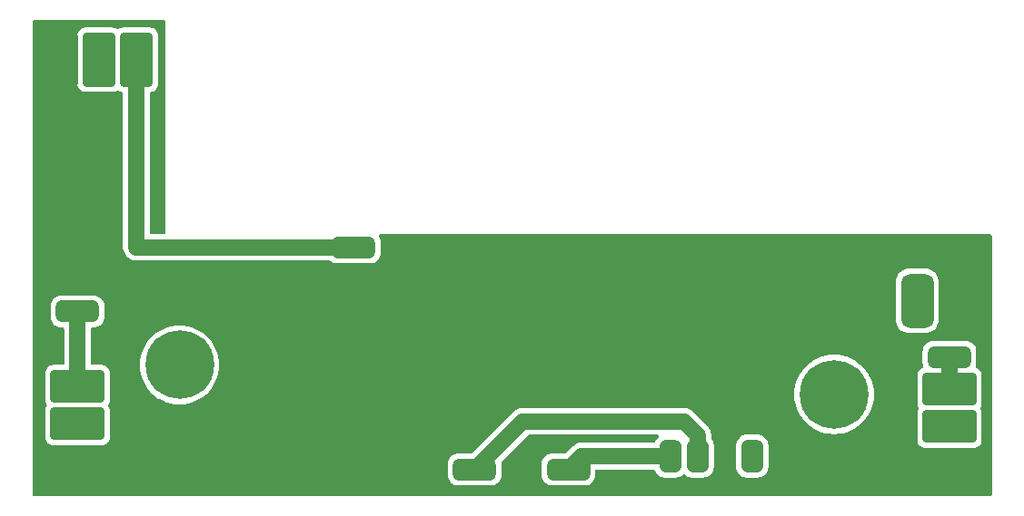
<source format=gtl>
G04 #@! TF.GenerationSoftware,KiCad,Pcbnew,8.0.6*
G04 #@! TF.CreationDate,2025-01-23T20:00:50-06:00*
G04 #@! TF.ProjectId,PD_Board,50445f42-6f61-4726-942e-6b696361645f,rev?*
G04 #@! TF.SameCoordinates,Original*
G04 #@! TF.FileFunction,Copper,L1,Top*
G04 #@! TF.FilePolarity,Positive*
%FSLAX46Y46*%
G04 Gerber Fmt 4.6, Leading zero omitted, Abs format (unit mm)*
G04 Created by KiCad (PCBNEW 8.0.6) date 2025-01-23 20:00:50*
%MOMM*%
%LPD*%
G01*
G04 APERTURE LIST*
G04 Aperture macros list*
%AMRoundRect*
0 Rectangle with rounded corners*
0 $1 Rounding radius*
0 $2 $3 $4 $5 $6 $7 $8 $9 X,Y pos of 4 corners*
0 Add a 4 corners polygon primitive as box body*
4,1,4,$2,$3,$4,$5,$6,$7,$8,$9,$2,$3,0*
0 Add four circle primitives for the rounded corners*
1,1,$1+$1,$2,$3*
1,1,$1+$1,$4,$5*
1,1,$1+$1,$6,$7*
1,1,$1+$1,$8,$9*
0 Add four rect primitives between the rounded corners*
20,1,$1+$1,$2,$3,$4,$5,0*
20,1,$1+$1,$4,$5,$6,$7,0*
20,1,$1+$1,$6,$7,$8,$9,0*
20,1,$1+$1,$8,$9,$2,$3,0*%
G04 Aperture macros list end*
G04 #@! TA.AperFunction,ComponentPad*
%ADD10RoundRect,0.250000X-2.250000X-1.250000X2.250000X-1.250000X2.250000X1.250000X-2.250000X1.250000X0*%
G04 #@! TD*
G04 #@! TA.AperFunction,SMDPad,CuDef*
%ADD11RoundRect,0.500000X-1.500000X-0.500000X1.500000X-0.500000X1.500000X0.500000X-1.500000X0.500000X0*%
G04 #@! TD*
G04 #@! TA.AperFunction,ComponentPad*
%ADD12C,6.400000*%
G04 #@! TD*
G04 #@! TA.AperFunction,SMDPad,CuDef*
%ADD13RoundRect,0.500000X1.500000X0.500000X-1.500000X0.500000X-1.500000X-0.500000X1.500000X-0.500000X0*%
G04 #@! TD*
G04 #@! TA.AperFunction,ComponentPad*
%ADD14RoundRect,0.250000X-1.250000X2.250000X-1.250000X-2.250000X1.250000X-2.250000X1.250000X2.250000X0*%
G04 #@! TD*
G04 #@! TA.AperFunction,ComponentPad*
%ADD15RoundRect,0.750000X0.750000X-1.750000X0.750000X1.750000X-0.750000X1.750000X-0.750000X-1.750000X0*%
G04 #@! TD*
G04 #@! TA.AperFunction,SMDPad,CuDef*
%ADD16RoundRect,0.500000X0.500000X-1.000000X0.500000X1.000000X-0.500000X1.000000X-0.500000X-1.000000X0*%
G04 #@! TD*
G04 #@! TA.AperFunction,ViaPad*
%ADD17C,0.600000*%
G04 #@! TD*
G04 #@! TA.AperFunction,Conductor*
%ADD18C,1.500000*%
G04 #@! TD*
G04 APERTURE END LIST*
D10*
X185750000Y-114750000D03*
X185750000Y-118250000D03*
X185750000Y-121750000D03*
D11*
X130250000Y-101500000D03*
D10*
X104500000Y-114500000D03*
X104500000Y-118000000D03*
X104500000Y-121500000D03*
D12*
X114000000Y-112500000D03*
X175000000Y-115250000D03*
D13*
X141500000Y-122250000D03*
X185750000Y-111750000D03*
D14*
X103000000Y-84000000D03*
X106500000Y-84000000D03*
X110000000Y-84000000D03*
D15*
X177750000Y-106500000D03*
X182750000Y-106500000D03*
D13*
X150250000Y-122250000D03*
X104500000Y-107500000D03*
D16*
X159750000Y-121000000D03*
X162290000Y-121000000D03*
X167370000Y-121000000D03*
X164830000Y-121000000D03*
D17*
X167370000Y-121000000D03*
D18*
X110000000Y-84000000D02*
X110000000Y-101500000D01*
X110000000Y-101500000D02*
X130250000Y-101500000D01*
X162290000Y-121000000D02*
X162290000Y-119040000D01*
X146000000Y-117750000D02*
X141500000Y-122250000D01*
X161000000Y-117750000D02*
X146000000Y-117750000D01*
X162290000Y-119040000D02*
X161000000Y-117750000D01*
X159750000Y-121000000D02*
X151500000Y-121000000D01*
X151500000Y-121000000D02*
X150250000Y-122250000D01*
X104500000Y-107500000D02*
X104500000Y-114500000D01*
X185750000Y-111750000D02*
X185750000Y-114750000D01*
G04 #@! TA.AperFunction,Conductor*
G36*
X108749500Y-101598422D02*
G01*
X108780290Y-101792826D01*
X108841117Y-101980029D01*
X108930476Y-102155405D01*
X109046172Y-102314646D01*
X109185354Y-102453828D01*
X109344595Y-102569524D01*
X109427455Y-102611743D01*
X109519970Y-102658882D01*
X109519972Y-102658882D01*
X109519975Y-102658884D01*
X109620317Y-102691487D01*
X109707173Y-102719709D01*
X109901578Y-102750500D01*
X109901583Y-102750500D01*
X128043053Y-102750500D01*
X128110092Y-102770185D01*
X128121413Y-102778398D01*
X128196587Y-102839694D01*
X128196590Y-102839695D01*
X128196593Y-102839698D01*
X128376951Y-102933909D01*
X128572582Y-102989886D01*
X128691963Y-103000500D01*
X131808036Y-103000499D01*
X131927418Y-102989886D01*
X132123049Y-102933909D01*
X132303407Y-102839698D01*
X132461109Y-102711109D01*
X132589698Y-102553407D01*
X132683909Y-102373049D01*
X132739886Y-102177418D01*
X132750500Y-102058037D01*
X132750499Y-100941964D01*
X132739886Y-100822582D01*
X132683909Y-100626951D01*
X132608140Y-100481899D01*
X132594550Y-100413367D01*
X132620169Y-100348363D01*
X132676864Y-100307530D01*
X132718050Y-100300490D01*
X189575510Y-100300490D01*
X189642549Y-100320175D01*
X189688304Y-100372979D01*
X189699510Y-100424490D01*
X189699510Y-124575510D01*
X189679825Y-124642549D01*
X189627021Y-124688304D01*
X189575510Y-124699510D01*
X100424490Y-124699510D01*
X100357451Y-124679825D01*
X100311696Y-124627021D01*
X100300490Y-124575510D01*
X100300490Y-121691966D01*
X138999500Y-121691966D01*
X138999500Y-122808028D01*
X138999501Y-122808034D01*
X139010113Y-122927415D01*
X139066089Y-123123045D01*
X139066090Y-123123048D01*
X139066091Y-123123049D01*
X139160302Y-123303407D01*
X139160304Y-123303409D01*
X139288890Y-123461109D01*
X139382803Y-123537684D01*
X139446593Y-123589698D01*
X139626951Y-123683909D01*
X139822582Y-123739886D01*
X139941963Y-123750500D01*
X143058036Y-123750499D01*
X143177418Y-123739886D01*
X143373049Y-123683909D01*
X143553407Y-123589698D01*
X143711109Y-123461109D01*
X143839698Y-123303407D01*
X143933909Y-123123049D01*
X143989886Y-122927418D01*
X144000500Y-122808037D01*
X144000499Y-121691964D01*
X143991423Y-121589875D01*
X144005094Y-121521359D01*
X144027252Y-121491220D01*
X146481655Y-119036819D01*
X146542978Y-119003334D01*
X146569336Y-119000500D01*
X158544280Y-119000500D01*
X158611319Y-119020185D01*
X158657074Y-119072989D01*
X158667018Y-119142147D01*
X158637993Y-119205703D01*
X158622641Y-119220602D01*
X158538890Y-119288890D01*
X158410304Y-119446590D01*
X158316088Y-119626956D01*
X158306744Y-119659613D01*
X158269376Y-119718651D01*
X158206022Y-119748113D01*
X158187529Y-119749500D01*
X151401578Y-119749500D01*
X151207173Y-119780290D01*
X151019969Y-119841117D01*
X150844594Y-119930476D01*
X150762670Y-119989998D01*
X150685354Y-120046172D01*
X150685352Y-120046174D01*
X150685351Y-120046174D01*
X150018344Y-120713181D01*
X149957021Y-120746666D01*
X149930663Y-120749500D01*
X148691971Y-120749500D01*
X148691965Y-120749500D01*
X148691964Y-120749501D01*
X148680316Y-120750536D01*
X148572584Y-120760113D01*
X148376954Y-120816089D01*
X148286772Y-120863196D01*
X148196593Y-120910302D01*
X148196591Y-120910303D01*
X148196590Y-120910304D01*
X148038890Y-121038890D01*
X147910304Y-121196590D01*
X147816089Y-121376954D01*
X147760114Y-121572583D01*
X147760113Y-121572586D01*
X147749500Y-121691966D01*
X147749500Y-122808028D01*
X147749501Y-122808034D01*
X147760113Y-122927415D01*
X147816089Y-123123045D01*
X147816090Y-123123048D01*
X147816091Y-123123049D01*
X147910302Y-123303407D01*
X147910304Y-123303409D01*
X148038890Y-123461109D01*
X148132803Y-123537684D01*
X148196593Y-123589698D01*
X148376951Y-123683909D01*
X148572582Y-123739886D01*
X148691963Y-123750500D01*
X151808036Y-123750499D01*
X151927418Y-123739886D01*
X152123049Y-123683909D01*
X152303407Y-123589698D01*
X152461109Y-123461109D01*
X152589698Y-123303407D01*
X152683909Y-123123049D01*
X152739886Y-122927418D01*
X152750500Y-122808037D01*
X152750500Y-122374500D01*
X152770185Y-122307461D01*
X152822989Y-122261706D01*
X152874500Y-122250500D01*
X158187529Y-122250500D01*
X158254568Y-122270185D01*
X158300323Y-122322989D01*
X158306744Y-122340387D01*
X158316088Y-122373043D01*
X158316090Y-122373048D01*
X158316091Y-122373049D01*
X158410302Y-122553407D01*
X158410304Y-122553409D01*
X158538890Y-122711109D01*
X158632803Y-122787684D01*
X158696593Y-122839698D01*
X158876951Y-122933909D01*
X159072582Y-122989886D01*
X159191963Y-123000500D01*
X160308036Y-123000499D01*
X160427418Y-122989886D01*
X160623049Y-122933909D01*
X160803407Y-122839698D01*
X160941640Y-122726983D01*
X161006035Y-122699875D01*
X161074865Y-122711884D01*
X161098357Y-122726981D01*
X161236593Y-122839698D01*
X161416951Y-122933909D01*
X161612582Y-122989886D01*
X161731963Y-123000500D01*
X162848036Y-123000499D01*
X162967418Y-122989886D01*
X163163049Y-122933909D01*
X163343407Y-122839698D01*
X163501109Y-122711109D01*
X163629698Y-122553407D01*
X163723909Y-122373049D01*
X163779886Y-122177418D01*
X163790500Y-122058037D01*
X163790499Y-119941966D01*
X165869500Y-119941966D01*
X165869500Y-122058028D01*
X165869501Y-122058034D01*
X165880113Y-122177415D01*
X165936089Y-122373045D01*
X165936090Y-122373048D01*
X165936091Y-122373049D01*
X166030302Y-122553407D01*
X166030304Y-122553409D01*
X166158890Y-122711109D01*
X166252803Y-122787684D01*
X166316593Y-122839698D01*
X166496951Y-122933909D01*
X166692582Y-122989886D01*
X166811963Y-123000500D01*
X167928036Y-123000499D01*
X168047418Y-122989886D01*
X168243049Y-122933909D01*
X168423407Y-122839698D01*
X168581109Y-122711109D01*
X168709698Y-122553407D01*
X168803909Y-122373049D01*
X168859886Y-122177418D01*
X168870500Y-122058037D01*
X168870499Y-119941964D01*
X168859886Y-119822582D01*
X168811305Y-119652799D01*
X168803910Y-119626954D01*
X168803909Y-119626953D01*
X168803909Y-119626951D01*
X168709698Y-119446593D01*
X168595889Y-119307017D01*
X168581109Y-119288890D01*
X168423409Y-119160304D01*
X168423410Y-119160304D01*
X168423407Y-119160302D01*
X168243049Y-119066091D01*
X168243048Y-119066090D01*
X168243045Y-119066089D01*
X168125829Y-119032550D01*
X168047418Y-119010114D01*
X168047415Y-119010113D01*
X168047413Y-119010113D01*
X167981102Y-119004217D01*
X167928037Y-118999500D01*
X167928032Y-118999500D01*
X166811971Y-118999500D01*
X166811965Y-118999500D01*
X166811964Y-118999501D01*
X166800727Y-119000500D01*
X166692584Y-119010113D01*
X166496954Y-119066089D01*
X166483745Y-119072989D01*
X166316593Y-119160302D01*
X166316591Y-119160303D01*
X166316590Y-119160304D01*
X166158890Y-119288890D01*
X166030304Y-119446590D01*
X165936089Y-119626954D01*
X165901422Y-119748113D01*
X165881044Y-119819334D01*
X165880114Y-119822583D01*
X165880113Y-119822586D01*
X165869500Y-119941966D01*
X163790499Y-119941966D01*
X163790499Y-119941964D01*
X163779886Y-119822582D01*
X163731305Y-119652799D01*
X163723910Y-119626954D01*
X163723909Y-119626953D01*
X163723909Y-119626951D01*
X163629698Y-119446593D01*
X163629695Y-119446590D01*
X163629694Y-119446587D01*
X163568398Y-119371413D01*
X163541289Y-119307017D01*
X163540500Y-119293053D01*
X163540500Y-118941577D01*
X163509709Y-118747173D01*
X163448882Y-118559970D01*
X163359523Y-118384594D01*
X163243828Y-118225354D01*
X163104646Y-118086172D01*
X161814646Y-116796172D01*
X161655405Y-116680476D01*
X161480030Y-116591117D01*
X161292826Y-116530290D01*
X161098422Y-116499500D01*
X161098417Y-116499500D01*
X146098417Y-116499500D01*
X145901583Y-116499500D01*
X145901578Y-116499500D01*
X145707173Y-116530290D01*
X145519969Y-116591117D01*
X145344594Y-116680476D01*
X145317725Y-116699998D01*
X145185354Y-116796172D01*
X145185352Y-116796174D01*
X145185351Y-116796174D01*
X141268343Y-120713181D01*
X141207020Y-120746666D01*
X141180662Y-120749500D01*
X139941971Y-120749500D01*
X139941965Y-120749500D01*
X139941964Y-120749501D01*
X139930316Y-120750536D01*
X139822584Y-120760113D01*
X139626954Y-120816089D01*
X139536772Y-120863196D01*
X139446593Y-120910302D01*
X139446591Y-120910303D01*
X139446590Y-120910304D01*
X139288890Y-121038890D01*
X139160304Y-121196590D01*
X139066089Y-121376954D01*
X139010114Y-121572583D01*
X139010113Y-121572586D01*
X138999500Y-121691966D01*
X100300490Y-121691966D01*
X100300490Y-113199983D01*
X101499500Y-113199983D01*
X101499500Y-115800001D01*
X101499501Y-115800018D01*
X101510000Y-115902796D01*
X101510001Y-115902799D01*
X101565185Y-116069331D01*
X101565189Y-116069340D01*
X101636469Y-116184904D01*
X101654909Y-116252296D01*
X101636469Y-116315096D01*
X101565189Y-116430659D01*
X101565185Y-116430668D01*
X101552597Y-116468656D01*
X101510001Y-116597203D01*
X101510001Y-116597204D01*
X101510000Y-116597204D01*
X101499500Y-116699983D01*
X101499500Y-119300001D01*
X101499501Y-119300018D01*
X101510000Y-119402796D01*
X101510001Y-119402799D01*
X101558780Y-119550001D01*
X101565186Y-119569334D01*
X101657288Y-119718656D01*
X101781344Y-119842712D01*
X101930666Y-119934814D01*
X102097203Y-119989999D01*
X102199991Y-120000500D01*
X106800008Y-120000499D01*
X106902797Y-119989999D01*
X107069334Y-119934814D01*
X107218656Y-119842712D01*
X107342712Y-119718656D01*
X107434814Y-119569334D01*
X107489999Y-119402797D01*
X107500500Y-119300009D01*
X107500499Y-116699992D01*
X107498505Y-116680476D01*
X107489999Y-116597203D01*
X107489998Y-116597200D01*
X107468175Y-116531344D01*
X107434814Y-116430666D01*
X107363529Y-116315094D01*
X107345090Y-116247704D01*
X107363530Y-116184904D01*
X107434814Y-116069334D01*
X107489999Y-115902797D01*
X107500500Y-115800009D01*
X107500499Y-113199992D01*
X107489999Y-113097203D01*
X107434814Y-112930666D01*
X107342712Y-112781344D01*
X107218656Y-112657288D01*
X107069334Y-112565186D01*
X106902797Y-112510001D01*
X106902795Y-112510000D01*
X106804900Y-112499999D01*
X110294422Y-112499999D01*
X110294422Y-112500000D01*
X110314722Y-112887339D01*
X110375397Y-113270427D01*
X110375397Y-113270429D01*
X110475788Y-113645094D01*
X110614787Y-114007197D01*
X110790877Y-114352793D01*
X111002122Y-114678082D01*
X111002124Y-114678084D01*
X111246219Y-114979516D01*
X111520484Y-115253781D01*
X111520488Y-115253784D01*
X111821917Y-115497877D01*
X112036670Y-115637339D01*
X112147211Y-115709125D01*
X112492806Y-115885214D01*
X112806948Y-116005802D01*
X112845047Y-116020427D01*
X112854913Y-116024214D01*
X113229567Y-116124602D01*
X113612662Y-116185278D01*
X113978576Y-116204455D01*
X113999999Y-116205578D01*
X114000000Y-116205578D01*
X114000001Y-116205578D01*
X114020301Y-116204514D01*
X114387338Y-116185278D01*
X114770433Y-116124602D01*
X115145087Y-116024214D01*
X115507194Y-115885214D01*
X115852789Y-115709125D01*
X116178084Y-115497876D01*
X116479516Y-115253781D01*
X116483298Y-115249999D01*
X171294422Y-115249999D01*
X171294422Y-115250000D01*
X171314722Y-115637339D01*
X171356766Y-115902795D01*
X171375398Y-116020433D01*
X171419467Y-116184903D01*
X171475788Y-116395094D01*
X171614787Y-116757197D01*
X171790877Y-117102793D01*
X172002122Y-117428082D01*
X172002124Y-117428084D01*
X172246219Y-117729516D01*
X172520484Y-118003781D01*
X172520488Y-118003784D01*
X172821917Y-118247877D01*
X173147206Y-118459122D01*
X173147211Y-118459125D01*
X173492806Y-118635214D01*
X173854913Y-118774214D01*
X174229567Y-118874602D01*
X174612662Y-118935278D01*
X174978576Y-118954455D01*
X174999999Y-118955578D01*
X175000000Y-118955578D01*
X175000001Y-118955578D01*
X175020301Y-118954514D01*
X175387338Y-118935278D01*
X175770433Y-118874602D01*
X176145087Y-118774214D01*
X176507194Y-118635214D01*
X176852789Y-118459125D01*
X177178084Y-118247876D01*
X177479516Y-118003781D01*
X177753781Y-117729516D01*
X177997876Y-117428084D01*
X178209125Y-117102789D01*
X178385214Y-116757194D01*
X178524214Y-116395087D01*
X178624602Y-116020433D01*
X178685278Y-115637338D01*
X178705578Y-115250000D01*
X178685278Y-114862662D01*
X178624602Y-114479567D01*
X178524214Y-114104913D01*
X178385214Y-113742806D01*
X178236014Y-113449983D01*
X182749500Y-113449983D01*
X182749500Y-116050001D01*
X182749501Y-116050018D01*
X182760000Y-116152796D01*
X182760001Y-116152799D01*
X182815185Y-116319331D01*
X182815189Y-116319340D01*
X182886469Y-116434904D01*
X182904909Y-116502296D01*
X182886469Y-116565096D01*
X182815189Y-116680659D01*
X182815185Y-116680668D01*
X182808785Y-116699983D01*
X182760001Y-116847203D01*
X182760001Y-116847204D01*
X182760000Y-116847204D01*
X182749500Y-116949983D01*
X182749500Y-119550001D01*
X182749501Y-119550018D01*
X182760000Y-119652796D01*
X182760001Y-119652799D01*
X182815185Y-119819331D01*
X182815187Y-119819336D01*
X182850069Y-119875888D01*
X182907288Y-119968656D01*
X183031344Y-120092712D01*
X183180666Y-120184814D01*
X183347203Y-120239999D01*
X183449991Y-120250500D01*
X188050008Y-120250499D01*
X188152797Y-120239999D01*
X188319334Y-120184814D01*
X188468656Y-120092712D01*
X188592712Y-119968656D01*
X188684814Y-119819334D01*
X188739999Y-119652797D01*
X188750500Y-119550009D01*
X188750499Y-116949992D01*
X188739999Y-116847203D01*
X188684814Y-116680666D01*
X188613529Y-116565094D01*
X188595090Y-116497704D01*
X188613530Y-116434904D01*
X188684814Y-116319334D01*
X188739999Y-116152797D01*
X188750500Y-116050009D01*
X188750499Y-113449992D01*
X188739999Y-113347203D01*
X188684814Y-113180666D01*
X188592712Y-113031344D01*
X188468656Y-112907288D01*
X188319334Y-112815186D01*
X188256754Y-112794449D01*
X188199309Y-112754675D01*
X188172487Y-112690159D01*
X188183333Y-112629587D01*
X188181578Y-112628886D01*
X188183907Y-112623053D01*
X188183907Y-112623052D01*
X188183909Y-112623049D01*
X188239886Y-112427418D01*
X188250500Y-112308037D01*
X188250499Y-111191964D01*
X188239886Y-111072582D01*
X188183909Y-110876951D01*
X188089698Y-110696593D01*
X188037684Y-110632803D01*
X187961109Y-110538890D01*
X187803409Y-110410304D01*
X187803410Y-110410304D01*
X187803407Y-110410302D01*
X187623049Y-110316091D01*
X187623048Y-110316090D01*
X187623045Y-110316089D01*
X187505829Y-110282550D01*
X187427418Y-110260114D01*
X187427415Y-110260113D01*
X187427413Y-110260113D01*
X187361102Y-110254217D01*
X187308037Y-110249500D01*
X187308032Y-110249500D01*
X184191971Y-110249500D01*
X184191965Y-110249500D01*
X184191964Y-110249501D01*
X184180316Y-110250536D01*
X184072584Y-110260113D01*
X183876954Y-110316089D01*
X183786772Y-110363196D01*
X183696593Y-110410302D01*
X183696591Y-110410303D01*
X183696590Y-110410304D01*
X183538890Y-110538890D01*
X183410304Y-110696590D01*
X183316089Y-110876954D01*
X183260114Y-111072583D01*
X183260113Y-111072586D01*
X183249500Y-111191966D01*
X183249500Y-112308028D01*
X183249501Y-112308034D01*
X183260113Y-112427415D01*
X183316090Y-112623046D01*
X183318421Y-112628881D01*
X183316218Y-112629761D01*
X183327741Y-112687867D01*
X183302122Y-112752871D01*
X183245426Y-112793704D01*
X183243246Y-112794449D01*
X183180666Y-112815186D01*
X183180663Y-112815187D01*
X183031342Y-112907289D01*
X182907289Y-113031342D01*
X182815187Y-113180663D01*
X182815185Y-113180668D01*
X182808785Y-113199983D01*
X182760001Y-113347203D01*
X182760001Y-113347204D01*
X182760000Y-113347204D01*
X182749500Y-113449983D01*
X178236014Y-113449983D01*
X178209125Y-113397211D01*
X178176650Y-113347204D01*
X177997877Y-113071917D01*
X177762575Y-112781344D01*
X177753781Y-112770484D01*
X177479516Y-112496219D01*
X177394554Y-112427418D01*
X177178082Y-112252122D01*
X176852793Y-112040877D01*
X176507197Y-111864787D01*
X176145094Y-111725788D01*
X176145087Y-111725786D01*
X175770433Y-111625398D01*
X175770429Y-111625397D01*
X175770428Y-111625397D01*
X175387339Y-111564722D01*
X175000001Y-111544422D01*
X174999999Y-111544422D01*
X174612660Y-111564722D01*
X174229572Y-111625397D01*
X174229570Y-111625397D01*
X173854905Y-111725788D01*
X173492802Y-111864787D01*
X173147206Y-112040877D01*
X172821917Y-112252122D01*
X172520488Y-112496215D01*
X172520480Y-112496222D01*
X172246222Y-112770480D01*
X172246215Y-112770488D01*
X172002122Y-113071917D01*
X171790877Y-113397206D01*
X171614787Y-113742802D01*
X171475788Y-114104905D01*
X171375397Y-114479570D01*
X171375397Y-114479572D01*
X171314722Y-114862660D01*
X171294422Y-115249999D01*
X116483298Y-115249999D01*
X116753781Y-114979516D01*
X116997876Y-114678084D01*
X117209125Y-114352789D01*
X117385214Y-114007194D01*
X117524214Y-113645087D01*
X117624602Y-113270433D01*
X117685278Y-112887338D01*
X117705578Y-112500000D01*
X117685278Y-112112662D01*
X117624602Y-111729567D01*
X117524214Y-111354913D01*
X117385214Y-110992806D01*
X117209125Y-110647211D01*
X116997876Y-110321916D01*
X116993157Y-110316089D01*
X116753784Y-110020488D01*
X116753781Y-110020484D01*
X116479516Y-109746219D01*
X116178084Y-109502124D01*
X116178082Y-109502122D01*
X115852793Y-109290877D01*
X115507197Y-109114787D01*
X115145094Y-108975788D01*
X115145087Y-108975786D01*
X114770433Y-108875398D01*
X114770429Y-108875397D01*
X114770428Y-108875397D01*
X114387339Y-108814722D01*
X114000001Y-108794422D01*
X113999999Y-108794422D01*
X113612660Y-108814722D01*
X113229572Y-108875397D01*
X113229570Y-108875397D01*
X112854905Y-108975788D01*
X112492802Y-109114787D01*
X112147206Y-109290877D01*
X111821917Y-109502122D01*
X111520488Y-109746215D01*
X111520480Y-109746222D01*
X111246222Y-110020480D01*
X111246215Y-110020488D01*
X111002122Y-110321917D01*
X110790877Y-110647206D01*
X110614787Y-110992802D01*
X110475788Y-111354905D01*
X110375397Y-111729570D01*
X110375397Y-111729572D01*
X110314722Y-112112660D01*
X110294422Y-112499999D01*
X106804900Y-112499999D01*
X106800016Y-112499500D01*
X106800009Y-112499500D01*
X105874500Y-112499500D01*
X105807461Y-112479815D01*
X105761706Y-112427011D01*
X105750500Y-112375500D01*
X105750500Y-109124499D01*
X105770185Y-109057460D01*
X105822989Y-109011705D01*
X105874500Y-109000499D01*
X106058028Y-109000499D01*
X106058036Y-109000499D01*
X106177418Y-108989886D01*
X106373049Y-108933909D01*
X106553407Y-108839698D01*
X106711109Y-108711109D01*
X106839698Y-108553407D01*
X106933909Y-108373049D01*
X106989886Y-108177418D01*
X107000500Y-108058037D01*
X107000499Y-106941964D01*
X106989886Y-106822582D01*
X106933909Y-106626951D01*
X106839698Y-106446593D01*
X106787684Y-106382803D01*
X106711109Y-106288890D01*
X106553409Y-106160304D01*
X106553410Y-106160304D01*
X106553407Y-106160302D01*
X106373049Y-106066091D01*
X106373048Y-106066090D01*
X106373045Y-106066089D01*
X106255829Y-106032550D01*
X106177418Y-106010114D01*
X106177415Y-106010113D01*
X106177413Y-106010113D01*
X106111102Y-106004217D01*
X106058037Y-105999500D01*
X106058032Y-105999500D01*
X102941971Y-105999500D01*
X102941965Y-105999500D01*
X102941964Y-105999501D01*
X102930316Y-106000536D01*
X102822584Y-106010113D01*
X102626954Y-106066089D01*
X102536772Y-106113196D01*
X102446593Y-106160302D01*
X102446591Y-106160303D01*
X102446590Y-106160304D01*
X102288890Y-106288890D01*
X102160304Y-106446590D01*
X102066089Y-106626954D01*
X102010114Y-106822583D01*
X102010113Y-106822586D01*
X101999500Y-106941966D01*
X101999500Y-108058028D01*
X101999501Y-108058034D01*
X102010113Y-108177415D01*
X102066089Y-108373045D01*
X102066090Y-108373048D01*
X102066091Y-108373049D01*
X102160302Y-108553407D01*
X102160304Y-108553409D01*
X102288890Y-108711109D01*
X102382803Y-108787684D01*
X102446593Y-108839698D01*
X102626951Y-108933909D01*
X102822582Y-108989886D01*
X102941963Y-109000500D01*
X103125500Y-109000499D01*
X103192539Y-109020183D01*
X103238294Y-109072987D01*
X103249500Y-109124499D01*
X103249500Y-112375500D01*
X103229815Y-112442539D01*
X103177011Y-112488294D01*
X103125500Y-112499500D01*
X102199998Y-112499500D01*
X102199980Y-112499501D01*
X102097203Y-112510000D01*
X102097200Y-112510001D01*
X101930668Y-112565185D01*
X101930663Y-112565187D01*
X101781342Y-112657289D01*
X101657289Y-112781342D01*
X101565187Y-112930663D01*
X101565186Y-112930666D01*
X101510001Y-113097203D01*
X101510001Y-113097204D01*
X101510000Y-113097204D01*
X101499500Y-113199983D01*
X100300490Y-113199983D01*
X100300490Y-104685777D01*
X180749500Y-104685777D01*
X180749500Y-108314208D01*
X180749501Y-108314223D01*
X180759904Y-108446413D01*
X180759905Y-108446420D01*
X180814902Y-108664678D01*
X180814903Y-108664681D01*
X180907991Y-108869622D01*
X180907997Y-108869632D01*
X181036174Y-109054645D01*
X181036178Y-109054650D01*
X181036181Y-109054654D01*
X181195346Y-109213819D01*
X181195350Y-109213822D01*
X181195354Y-109213825D01*
X181306569Y-109290875D01*
X181380374Y-109342007D01*
X181585317Y-109435096D01*
X181585321Y-109435097D01*
X181803579Y-109490094D01*
X181803581Y-109490094D01*
X181803588Y-109490096D01*
X181935783Y-109500500D01*
X183564216Y-109500499D01*
X183696412Y-109490096D01*
X183914683Y-109435096D01*
X184119626Y-109342007D01*
X184304654Y-109213819D01*
X184463819Y-109054654D01*
X184592007Y-108869626D01*
X184685096Y-108664683D01*
X184740096Y-108446412D01*
X184750500Y-108314217D01*
X184750499Y-104685784D01*
X184740096Y-104553588D01*
X184685096Y-104335317D01*
X184592007Y-104130374D01*
X184463819Y-103945346D01*
X184304654Y-103786181D01*
X184304650Y-103786178D01*
X184304645Y-103786174D01*
X184119632Y-103657997D01*
X184119630Y-103657995D01*
X184119626Y-103657993D01*
X183914683Y-103564904D01*
X183914681Y-103564903D01*
X183914678Y-103564902D01*
X183696420Y-103509905D01*
X183696413Y-103509904D01*
X183652347Y-103506436D01*
X183564217Y-103499500D01*
X183564215Y-103499500D01*
X181935791Y-103499500D01*
X181935776Y-103499501D01*
X181803586Y-103509904D01*
X181803579Y-103509905D01*
X181585321Y-103564902D01*
X181585318Y-103564903D01*
X181380377Y-103657991D01*
X181380367Y-103657997D01*
X181195354Y-103786174D01*
X181195342Y-103786184D01*
X181036184Y-103945342D01*
X181036174Y-103945354D01*
X180907997Y-104130367D01*
X180907991Y-104130377D01*
X180814903Y-104335318D01*
X180814902Y-104335321D01*
X180759905Y-104553579D01*
X180759904Y-104553586D01*
X180749500Y-104685777D01*
X100300490Y-104685777D01*
X100300490Y-100000000D01*
X108749500Y-100000000D01*
X108749500Y-101598422D01*
G37*
G04 #@! TD.AperFunction*
G04 #@! TA.AperFunction,Conductor*
G36*
X112699510Y-100039560D02*
G01*
X112713938Y-100093409D01*
X112712276Y-100163256D01*
X112673114Y-100221118D01*
X112608886Y-100248623D01*
X112594164Y-100249500D01*
X111374500Y-100249500D01*
X111307461Y-100229815D01*
X111261706Y-100177011D01*
X111250500Y-100125500D01*
X111250500Y-100000000D01*
X112699510Y-100000000D01*
X112699510Y-100039560D01*
G37*
G04 #@! TD.AperFunction*
G04 #@! TA.AperFunction,Conductor*
G36*
X112642549Y-80320175D02*
G01*
X112688304Y-80372979D01*
X112699510Y-80424490D01*
X112699510Y-100000000D01*
X111250500Y-100000000D01*
X111250500Y-87117534D01*
X111270185Y-87050495D01*
X111322989Y-87004740D01*
X111361897Y-86994176D01*
X111402797Y-86989999D01*
X111569334Y-86934814D01*
X111718656Y-86842712D01*
X111842712Y-86718656D01*
X111934814Y-86569334D01*
X111989999Y-86402797D01*
X112000500Y-86300009D01*
X112000499Y-81699992D01*
X111989999Y-81597203D01*
X111934814Y-81430666D01*
X111842712Y-81281344D01*
X111718656Y-81157288D01*
X111569334Y-81065186D01*
X111402797Y-81010001D01*
X111402795Y-81010000D01*
X111300010Y-80999500D01*
X108699998Y-80999500D01*
X108699981Y-80999501D01*
X108597203Y-81010000D01*
X108597200Y-81010001D01*
X108430668Y-81065185D01*
X108430659Y-81065189D01*
X108315096Y-81136469D01*
X108247704Y-81154909D01*
X108184904Y-81136469D01*
X108069340Y-81065189D01*
X108069335Y-81065187D01*
X108069334Y-81065186D01*
X107902797Y-81010001D01*
X107902795Y-81010000D01*
X107800010Y-80999500D01*
X105199998Y-80999500D01*
X105199981Y-80999501D01*
X105097203Y-81010000D01*
X105097200Y-81010001D01*
X104930668Y-81065185D01*
X104930663Y-81065187D01*
X104781342Y-81157289D01*
X104657289Y-81281342D01*
X104565187Y-81430663D01*
X104565186Y-81430666D01*
X104510001Y-81597203D01*
X104510001Y-81597204D01*
X104510000Y-81597204D01*
X104499500Y-81699983D01*
X104499500Y-86300001D01*
X104499501Y-86300018D01*
X104510000Y-86402796D01*
X104510001Y-86402799D01*
X104565185Y-86569331D01*
X104565186Y-86569334D01*
X104657288Y-86718656D01*
X104781344Y-86842712D01*
X104930666Y-86934814D01*
X105097203Y-86989999D01*
X105199991Y-87000500D01*
X107800008Y-87000499D01*
X107902797Y-86989999D01*
X108069334Y-86934814D01*
X108184905Y-86863529D01*
X108252296Y-86845090D01*
X108315094Y-86863529D01*
X108430666Y-86934814D01*
X108597203Y-86989999D01*
X108638103Y-86994177D01*
X108702793Y-87020573D01*
X108742945Y-87077753D01*
X108749500Y-87117535D01*
X108749500Y-100000000D01*
X100300490Y-100000000D01*
X100300490Y-80424490D01*
X100320175Y-80357451D01*
X100372979Y-80311696D01*
X100424490Y-80300490D01*
X112575510Y-80300490D01*
X112642549Y-80320175D01*
G37*
G04 #@! TD.AperFunction*
M02*

</source>
